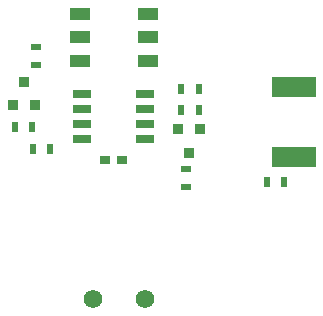
<source format=gbr>
G04 #@! TF.FileFunction,Soldermask,Bot*
%FSLAX46Y46*%
G04 Gerber Fmt 4.6, Leading zero omitted, Abs format (unit mm)*
G04 Created by KiCad (PCBNEW (2016-05-06 BZR 6776)-stable) date sáb 02 jul 2016 17:41:08 CEST*
%MOMM*%
%LPD*%
G01*
G04 APERTURE LIST*
%ADD10C,0.100000*%
%ADD11R,0.550800X0.950800*%
%ADD12R,1.800800X1.050800*%
%ADD13R,0.850800X0.800800*%
%ADD14R,1.600800X0.650800*%
%ADD15C,1.574800*%
%ADD16R,0.950800X0.550800*%
%ADD17R,0.850900X0.850900*%
%ADD18R,3.750800X1.750800*%
G04 APERTURE END LIST*
D10*
D11*
X164326000Y-100076000D03*
X162826000Y-100076000D03*
D12*
X146985000Y-89805000D03*
X152735000Y-89805000D03*
X146985000Y-87805000D03*
X152735000Y-87805000D03*
X146985000Y-85805000D03*
X152735000Y-85805000D03*
D13*
X150610000Y-98171000D03*
X149110000Y-98171000D03*
D14*
X147160000Y-96393000D03*
X147160000Y-95123000D03*
X147160000Y-93853000D03*
X147160000Y-92583000D03*
X152560000Y-92583000D03*
X152560000Y-93853000D03*
X152560000Y-95123000D03*
X152560000Y-96393000D03*
D15*
X148082000Y-109982000D03*
X152527000Y-109982000D03*
D16*
X156019500Y-100445000D03*
X156019500Y-98945000D03*
X143256000Y-88658000D03*
X143256000Y-90158000D03*
D11*
X157087000Y-92202000D03*
X155587000Y-92202000D03*
X155587000Y-93980000D03*
X157087000Y-93980000D03*
D17*
X155306406Y-95604613D03*
X157206406Y-95604613D03*
X156256406Y-97603593D03*
X143223766Y-93557710D03*
X141323766Y-93557710D03*
X142273766Y-91558730D03*
D11*
X144514000Y-97282000D03*
X143014000Y-97282000D03*
X142990000Y-95377000D03*
X141490000Y-95377000D03*
D18*
X165100000Y-97946000D03*
X165100000Y-92046000D03*
M02*

</source>
